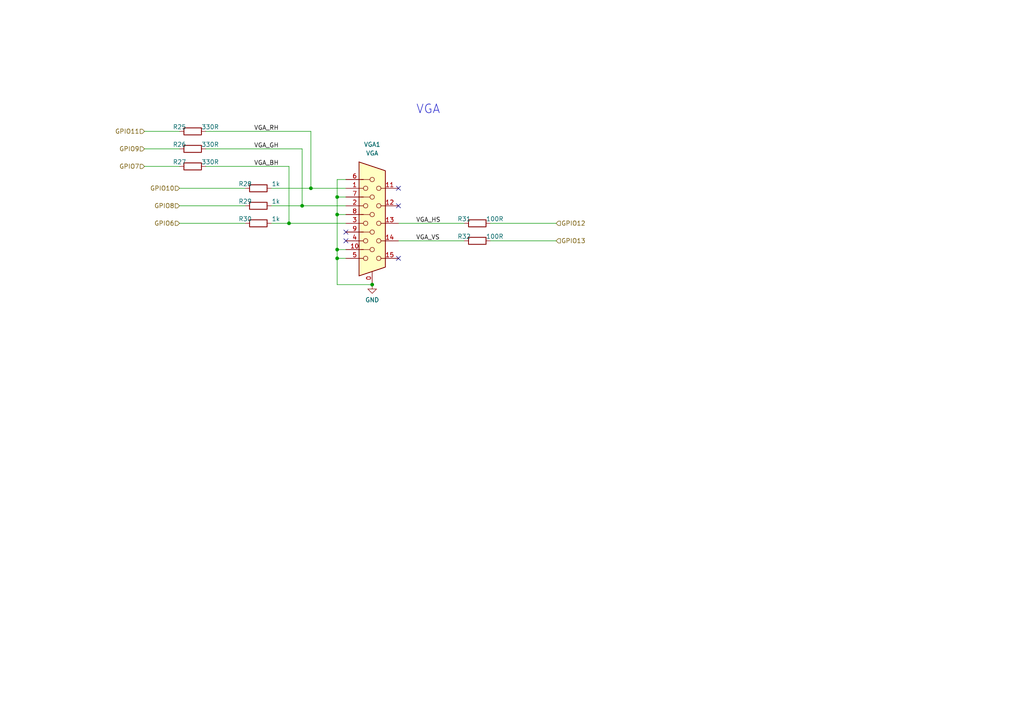
<source format=kicad_sch>
(kicad_sch (version 20231120) (generator "eeschema") (generator_version "8.0")
  (paper "A4")
  (title_block (title "FRANK2") (date "2024-11-21") (rev "1.0") (company "Mikhail Matveev") (comment 1 "https://github.com/xtremespb/frank2"))
  (lib_symbols
    (symbol "Connector:DB15_Female_HighDensity_MountingHoles" (pin_names (offset 1.016) hide)
      (property "Reference" "J" (at 0 21.59 0))
      (property "Value" "DB15_Female_HighDensity_MountingHoles" (at 0 19.05 0))
      (symbol "DB15_Female_HighDensity_MountingHoles_0_1"
        (circle (center -1.905 -10.16) (radius 0.635))
        (circle (center -1.905 -5.08) (radius 0.635))
        (circle (center -1.905 0) (radius 0.635))
        (circle (center -1.905 5.08) (radius 0.635))
        (circle (center -1.905 10.16) (radius 0.635))
        (circle (center 0 -7.62) (radius 0.635))
        (circle (center 0 -2.54) (radius 0.635))
        (polyline (pts (xy -3.175 7.62) (xy -0.635 7.62)))
        (polyline (pts (xy -0.635 -7.62) (xy -3.175 -7.62)))
        (polyline (pts (xy -0.635 -2.54) (xy -3.175 -2.54)))
        (polyline (pts (xy -0.635 2.54) (xy -3.175 2.54)))
        (polyline (pts (xy -0.635 12.7) (xy -3.175 12.7)))
        (polyline (pts (xy -3.81 17.78) (xy -3.81 -15.24) (xy 3.81 -12.7) (xy 3.81 15.24) (xy -3.81 17.78)) (stroke (width 0.254)) (fill (type background)))
        (circle (center 0 2.54) (radius 0.635))
        (circle (center 0 7.62) (radius 0.635))
        (circle (center 0 12.7) (radius 0.635))
        (circle (center 1.905 -10.16) (radius 0.635))
        (circle (center 1.905 -5.08) (radius 0.635))
        (circle (center 1.905 0) (radius 0.635))
        (circle (center 1.905 5.08) (radius 0.635))
        (circle (center 1.905 10.16) (radius 0.635))
      )
      (symbol "DB15_Female_HighDensity_MountingHoles_1_1"
        (pin passive line (at 0 -17.78 90) (length 3.81) (name "~") (number "0"))
        (pin passive line (at -7.62 10.16 0) (length 5.08) (name "~") (number "1"))
        (pin passive line (at -7.62 -7.62 0) (length 5.08) (name "~") (number "10"))
        (pin passive line (at 7.62 10.16 180) (length 5.08) (name "~") (number "11"))
        (pin passive line (at 7.62 5.08 180) (length 5.08) (name "~") (number "12"))
        (pin passive line (at 7.62 0 180) (length 5.08) (name "~") (number "13"))
        (pin passive line (at 7.62 -5.08 180) (length 5.08) (name "~") (number "14"))
        (pin passive line (at 7.62 -10.16 180) (length 5.08) (name "~") (number "15"))
        (pin passive line (at -7.62 5.08 0) (length 5.08) (name "~") (number "2"))
        (pin passive line (at -7.62 0 0) (length 5.08) (name "~") (number "3"))
        (pin passive line (at -7.62 -5.08 0) (length 5.08) (name "~") (number "4"))
        (pin passive line (at -7.62 -10.16 0) (length 5.08) (name "~") (number "5"))
        (pin passive line (at -7.62 12.7 0) (length 5.08) (name "~") (number "6"))
        (pin passive line (at -7.62 7.62 0) (length 5.08) (name "~") (number "7"))
        (pin passive line (at -7.62 2.54 0) (length 5.08) (name "~") (number "8"))
        (pin passive line (at -7.62 -2.54 0) (length 5.08) (name "~") (number "9"))
      )
    )
    (symbol "Device:R" (pin_numbers hide) (pin_names (offset 0))
      (property "Reference" "R" (at 2.032 0 90))
      (property "Value" "R" (at 0 0 90))
      (symbol "R_0_1"
        (rectangle (start -1.016 -2.54) (end 1.016 2.54) (stroke (width 0.254)))
      )
      (symbol "R_1_1"
        (pin passive line (at 0 3.81 270) (length 1.27) (name "~") (number "1"))
        (pin passive line (at 0 -3.81 90) (length 1.27) (name "~") (number "2"))
      )
    )
    (symbol "power:GND" (power) (pin_names (offset 0))
      (property "Value" "GND" (at 0 -3.81 0))
      (symbol "GND_0_1"
        (polyline (pts (xy 0 0) (xy 0 -1.27) (xy 1.27 -1.27) (xy 0 -2.54) (xy -1.27 -1.27) (xy 0 -1.27)))
      )
      (symbol "GND_1_1"
        (pin power_in line (at 0 0 270) (length 0) hide (name "GND") (number "1"))
      )
    )
  )
  (junction (at 107.95 82.55))
  (junction (at 97.79 72.39))
  (junction (at 83.82 64.77))
  (junction (at 97.79 62.23))
  (junction (at 97.79 74.93))
  (junction (at 87.63 59.69))
  (junction (at 97.79 57.15))
  (junction (at 90.17 54.61))
  (no_connect (at 115.57 74.93))
  (no_connect (at 100.33 67.31))
  (no_connect (at 100.33 69.85))
  (no_connect (at 115.57 59.69))
  (no_connect (at 115.57 54.61))
  (wire (pts (xy 52.07 59.69) (xy 71.12 59.69)))
  (wire (pts (xy 90.17 54.61) (xy 100.33 54.61)))
  (wire (pts (xy 142.24 69.85) (xy 161.29 69.85)))
  (wire (pts (xy 87.63 43.18) (xy 87.63 59.69)))
  (wire (pts (xy 97.79 57.15) (xy 100.33 57.15)))
  (wire (pts (xy 115.57 69.85) (xy 134.62 69.85)))
  (wire (pts (xy 142.24 64.77) (xy 161.29 64.77)))
  (wire (pts (xy 107.95 82.55) (xy 97.79 82.55)))
  (wire (pts (xy 78.74 59.69) (xy 87.63 59.69)))
  (wire (pts (xy 97.79 57.15) (xy 97.79 52.07)))
  (wire (pts (xy 97.79 74.93) (xy 97.79 72.39)))
  (wire (pts (xy 83.82 48.26) (xy 83.82 64.77)))
  (wire (pts (xy 87.63 59.69) (xy 100.33 59.69)))
  (wire (pts (xy 97.79 72.39) (xy 100.33 72.39)))
  (wire (pts (xy 83.82 64.77) (xy 100.33 64.77)))
  (wire (pts (xy 78.74 54.61) (xy 90.17 54.61)))
  (wire (pts (xy 52.07 64.77) (xy 71.12 64.77)))
  (wire (pts (xy 41.91 38.1) (xy 52.07 38.1)))
  (wire (pts (xy 90.17 38.1) (xy 90.17 54.61)))
  (wire (pts (xy 97.79 72.39) (xy 97.79 62.23)))
  (wire (pts (xy 97.79 62.23) (xy 100.33 62.23)))
  (wire (pts (xy 115.57 64.77) (xy 134.62 64.77)))
  (wire (pts (xy 97.79 62.23) (xy 97.79 57.15)))
  (wire (pts (xy 97.79 52.07) (xy 100.33 52.07)))
  (wire (pts (xy 41.91 43.18) (xy 52.07 43.18)))
  (wire (pts (xy 59.69 43.18) (xy 87.63 43.18)))
  (wire (pts (xy 52.07 54.61) (xy 71.12 54.61)))
  (wire (pts (xy 59.69 48.26) (xy 83.82 48.26)))
  (wire (pts (xy 59.69 38.1) (xy 90.17 38.1)))
  (wire (pts (xy 97.79 74.93) (xy 100.33 74.93)))
  (wire (pts (xy 97.79 82.55) (xy 97.79 74.93)))
  (wire (pts (xy 78.74 64.77) (xy 83.82 64.77)))
  (wire (pts (xy 41.91 48.26) (xy 52.07 48.26)))
  (text "VGA" (at 120.65 33.274 0) (effects (font (size 2.54 2.54)) (justify left bottom)))
  (label "VGA_VS" (at 120.65 69.85 0))
  (label "VGA_HS" (at 120.65 64.77 0))
  (label "VGA_BH" (at 73.66 48.26 0))
  (label "VGA_GH" (at 73.66 43.18 0))
  (label "VGA_RH" (at 73.66 38.1 0))
  (hierarchical_label "GPIO7" (shape input) (at 41.91 48.26 180))
  (hierarchical_label "GPIO9" (shape input) (at 41.91 43.18 180))
  (hierarchical_label "GPIO11" (shape input) (at 41.91 38.1 180))
  (hierarchical_label "GPIO6" (shape input) (at 52.07 64.77 180))
  (hierarchical_label "GPIO12" (shape input) (at 161.29 64.77 0))
  (hierarchical_label "GPIO10" (shape input) (at 52.07 54.61 180))
  (hierarchical_label "GPIO13" (shape input) (at 161.29 69.85 0))
  (hierarchical_label "GPIO8" (shape input) (at 52.07 59.69 180))
  (symbol (lib_id "Device:R") (at 55.88 43.18 90) (unit 1)
    (property "Reference" "R26" (at 52.07 41.91 90))
    (property "Value" "330R" (at 60.96 41.91 90))
    (property "Footprint" "LIBS:Medved_R_0805" (effects (hide yes)))
  )
  (symbol (lib_id "Device:R") (at 74.93 64.77 90) (unit 1)
    (property "Reference" "R30" (at 71.12 63.5 90))
    (property "Value" "1k" (at 80.01 63.5 90))
    (property "Footprint" "LIBS:Medved_R_0805" (effects (hide yes)))
  )
  (symbol (lib_id "Device:R") (at 55.88 38.1 90) (unit 1)
    (property "Reference" "R25" (at 52.07 36.83 90))
    (property "Value" "330R" (at 60.96 36.83 90))
    (property "Footprint" "LIBS:Medved_R_0805" (effects (hide yes)))
  )
  (symbol (lib_id "Device:R") (at 55.88 48.26 90) (unit 1)
    (property "Reference" "R27" (at 52.07 46.99 90))
    (property "Value" "330R" (at 60.96 46.99 90))
    (property "Footprint" "LIBS:Medved_R_0805" (effects (hide yes)))
  )
  (symbol (lib_id "Device:R") (at 74.93 59.69 90) (unit 1)
    (property "Reference" "R29" (at 71.12 58.42 90))
    (property "Value" "1k" (at 80.01 58.42 90))
    (property "Footprint" "LIBS:Medved_R_0805" (effects (hide yes)))
  )
  (symbol (lib_id "power:GND") (at 107.95 82.55 0) (unit 1)
    (property "Reference" "#PWR030" (effects (hide yes)))
    (property "Value" "GND" (at 107.95 86.9934 0))
  )
  (symbol (lib_id "Connector:DB15_Female_HighDensity_MountingHoles") (at 107.95 64.77 0) (unit 1)
    (property "Reference" "VGA1" (at 107.95 41.91 0))
    (property "Value" "VGA" (at 107.95 44.45 0))
    (property "Footprint" "LIBS:Medved_DSUB-15-HD_Female_Horizontal" (effects (hide yes)))
  )
  (symbol (lib_id "Device:R") (at 138.43 64.77 90) (unit 1)
    (property "Reference" "R31" (at 134.62 63.5 90))
    (property "Value" "100R" (at 143.51 63.5 90))
    (property "Footprint" "LIBS:Medved_R_0805" (effects (hide yes)))
  )
  (symbol (lib_id "Device:R") (at 138.43 69.85 90) (unit 1)
    (property "Reference" "R32" (at 134.62 68.58 90))
    (property "Value" "100R" (at 143.51 68.58 90))
    (property "Footprint" "LIBS:Medved_R_0805" (effects (hide yes)))
  )
  (symbol (lib_id "Device:R") (at 74.93 54.61 90) (unit 1)
    (property "Reference" "R28" (at 71.12 53.34 90))
    (property "Value" "1k" (at 80.01 53.34 90))
    (property "Footprint" "LIBS:Medved_R_0805" (effects (hide yes)))
  )
)
</source>
